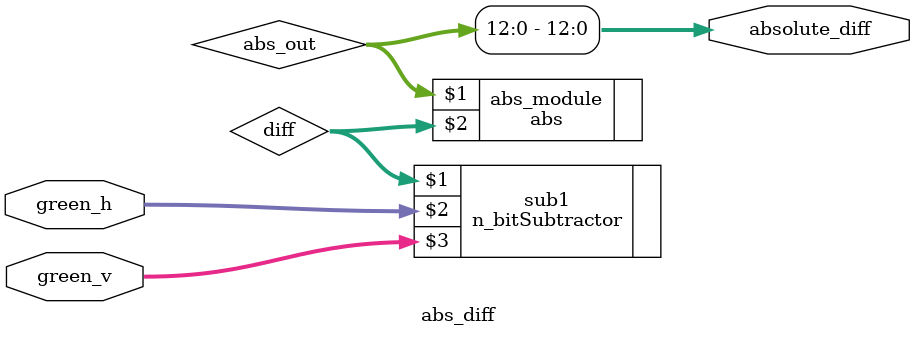
<source format=v>
`timescale 1ns / 1ps
module abs_diff
#(parameter pixelBitWidth=14) // absoluteBitWidth = bit width of the absolute module. 
(
output reg [pixelBitWidth-2:0] absolute_diff, // 13 bits
input  [pixelBitWidth-1:0] green_h,green_v

    );
wire [pixelBitWidth -1:0] diff;
n_bitSubtractor #(pixelBitWidth) sub1(diff,green_h,green_v);

wire [pixelBitWidth-1:0] abs_out;
abs #(pixelBitWidth) abs_module(abs_out,diff);

always @(*)
begin
absolute_diff=abs_out[pixelBitWidth-2:0];
end

endmodule

</source>
